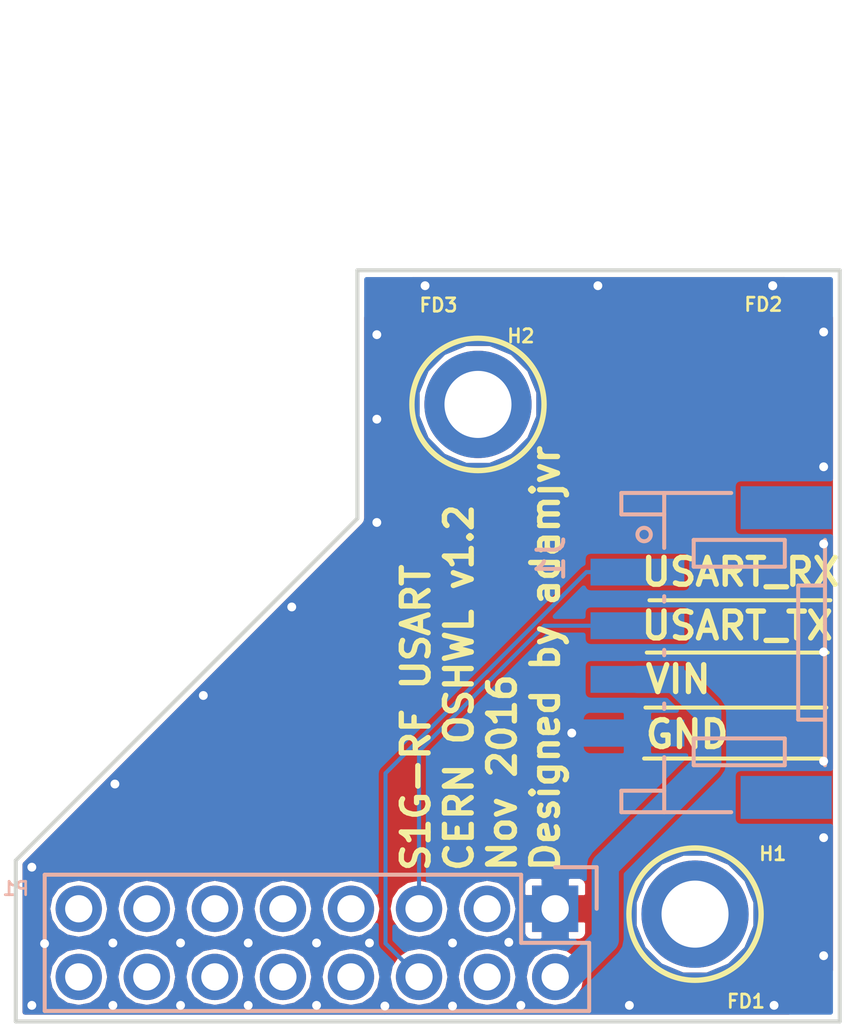
<source format=kicad_pcb>
(kicad_pcb (version 20160815) (host pcbnew "(2016-11-06 revision 9ab7cfe)-makepkg")

  (general
    (links 4)
    (no_connects 0)
    (area 87.174999 23.924999 118.075001 62.075001)
    (thickness 1.6)
    (drawings 16)
    (tracks 118)
    (zones 0)
    (modules 7)
    (nets 22)
  )

  (page A4)
  (layers
    (0 F.Cu signal)
    (31 B.Cu signal)
    (32 B.Adhes user)
    (33 F.Adhes user)
    (34 B.Paste user)
    (35 F.Paste user)
    (36 B.SilkS user)
    (37 F.SilkS user)
    (38 B.Mask user)
    (39 F.Mask user)
    (40 Dwgs.User user)
    (41 Cmts.User user)
    (42 Eco1.User user)
    (43 Eco2.User user)
    (44 Edge.Cuts user)
    (45 Margin user)
    (46 B.CrtYd user)
    (47 F.CrtYd user)
    (48 B.Fab user hide)
    (49 F.Fab user hide)
  )

  (setup
    (last_trace_width 0.1778)
    (user_trace_width 0.1524)
    (user_trace_width 0.1778)
    (user_trace_width 0.508)
    (user_trace_width 0.635)
    (user_trace_width 1.016)
    (trace_clearance 0.1524)
    (zone_clearance 0.1778)
    (zone_45_only no)
    (trace_min 0.1524)
    (segment_width 0.15)
    (edge_width 0.15)
    (via_size 0.635)
    (via_drill 0.3302)
    (via_min_size 0.635)
    (via_min_drill 0.3302)
    (user_via 0.635 0.3302)
    (uvia_size 0.3)
    (uvia_drill 0.1)
    (uvias_allowed no)
    (uvia_min_size 0.2)
    (uvia_min_drill 0.1)
    (pcb_text_width 0.3)
    (pcb_text_size 1.5 1.5)
    (mod_edge_width 0.15)
    (mod_text_size 0.5 0.5)
    (mod_text_width 0.1)
    (pad_size 1.524 1.524)
    (pad_drill 0.762)
    (pad_to_mask_clearance 0.2)
    (aux_axis_origin 0 0)
    (visible_elements 7FFFFFFF)
    (pcbplotparams
      (layerselection 0x00030_ffffffff)
      (usegerberextensions false)
      (excludeedgelayer true)
      (linewidth 0.100000)
      (plotframeref false)
      (viasonmask false)
      (mode 1)
      (useauxorigin false)
      (hpglpennumber 1)
      (hpglpenspeed 20)
      (hpglpendiameter 15)
      (psnegative false)
      (psa4output false)
      (plotreference true)
      (plotvalue true)
      (plotinvisibletext false)
      (padsonsilk false)
      (subtractmaskfromsilk false)
      (outputformat 1)
      (mirror false)
      (drillshape 1)
      (scaleselection 1)
      (outputdirectory ""))
  )

  (net 0 "")
  (net 1 GND)
  (net 2 /VIN)
  (net 3 /USART1_TX)
  (net 4 /USART1_RX)
  (net 5 "Net-(P1-Pad10)")
  (net 6 "Net-(P1-Pad9)")
  (net 7 "Net-(P1-Pad8)")
  (net 8 "Net-(P1-Pad7)")
  (net 9 /SPI2_MISO)
  (net 10 /SPI2_MOSI)
  (net 11 /SPI2_NSS)
  (net 12 /SPI2_SCLK)
  (net 13 "Net-(P1-Pad12)")
  (net 14 "Net-(P1-Pad11)")
  (net 15 "Net-(P1-Pad4)")
  (net 16 "Net-(P1-Pad3)")
  (net 17 "Net-(H1-Pad1)")
  (net 18 "Net-(H2-Pad1)")
  (net 19 "Net-(FD1-Pad1)")
  (net 20 "Net-(FD2-Pad1)")
  (net 21 "Net-(FD3-Pad1)")

  (net_class Default "This is the default net class."
    (clearance 0.1524)
    (trace_width 0.1524)
    (via_dia 0.635)
    (via_drill 0.3302)
    (uvia_dia 0.3)
    (uvia_drill 0.1)
    (diff_pair_gap 0.254)
    (diff_pair_width 0.1524)
    (add_net /SPI2_MISO)
    (add_net /SPI2_MOSI)
    (add_net /SPI2_NSS)
    (add_net /SPI2_SCLK)
    (add_net /USART1_RX)
    (add_net /USART1_TX)
    (add_net /VIN)
    (add_net GND)
    (add_net "Net-(FD1-Pad1)")
    (add_net "Net-(FD2-Pad1)")
    (add_net "Net-(FD3-Pad1)")
    (add_net "Net-(H1-Pad1)")
    (add_net "Net-(H2-Pad1)")
    (add_net "Net-(P1-Pad10)")
    (add_net "Net-(P1-Pad11)")
    (add_net "Net-(P1-Pad12)")
    (add_net "Net-(P1-Pad3)")
    (add_net "Net-(P1-Pad4)")
    (add_net "Net-(P1-Pad7)")
    (add_net "Net-(P1-Pad8)")
    (add_net "Net-(P1-Pad9)")
  )

  (module "PCB_Footprints:S4B-PH-SM4-TB(LF)(SN)" (layer B.Cu) (tedit 58291B5D) (tstamp 5829366B)
    (at 113.225 48.25 270)
    (descr http://www.jst-mfg.com/product/pdf/eng/ePH.pdf)
    (tags "connector jst ph")
    (path /582963F6)
    (attr smd)
    (fp_text reference J1 (at -3.5 6 270) (layer B.SilkS)
      (effects (font (size 1 1) (thickness 0.15)) (justify mirror))
    )
    (fp_text value "S4B-PH-SM4-TB(LF)(SN)" (at 0 -6 270) (layer B.Fab)
      (effects (font (size 1 1) (thickness 0.15)) (justify mirror))
    )
    (fp_line (start 6.7 -5) (end -6.7 -5) (layer B.CrtYd) (width 0.05))
    (fp_line (start 6.7 5.05) (end 6.7 -5) (layer B.CrtYd) (width 0.05))
    (fp_line (start -6.7 5.05) (end 6.7 5.05) (layer B.CrtYd) (width 0.05))
    (fp_line (start -6.7 -5) (end -6.7 5.05) (layer B.CrtYd) (width 0.05))
    (fp_line (start 1.9 1.775) (end 2.1 1.775) (layer B.SilkS) (width 0.15))
    (fp_line (start -0.1 1.775) (end 0.1 1.775) (layer B.SilkS) (width 0.15))
    (fp_line (start -2.1 1.775) (end -1.9 1.775) (layer B.SilkS) (width 0.15))
    (fp_line (start 3.2 0.675) (end 4.2 0.675) (layer B.SilkS) (width 0.15))
    (fp_line (start 3.2 -2.725) (end 3.2 0.675) (layer B.SilkS) (width 0.15))
    (fp_line (start 4.2 -2.725) (end 3.2 -2.725) (layer B.SilkS) (width 0.15))
    (fp_line (start 4.2 0.675) (end 4.2 -2.725) (layer B.SilkS) (width 0.15))
    (fp_line (start -3.2 0.675) (end -4.2 0.675) (layer B.SilkS) (width 0.15))
    (fp_line (start -3.2 -2.725) (end -3.2 0.675) (layer B.SilkS) (width 0.15))
    (fp_line (start -4.2 -2.725) (end -3.2 -2.725) (layer B.SilkS) (width 0.15))
    (fp_line (start -4.2 0.675) (end -4.2 -2.725) (layer B.SilkS) (width 0.15))
    (fp_line (start -4.2 -4.225) (end 4.2 -4.225) (layer B.SilkS) (width 0.15))
    (fp_line (start 5.15 1.775) (end 5.95 1.775) (layer B.SilkS) (width 0.15))
    (fp_line (start 5.95 3.375) (end 5.95 -0.725) (layer B.SilkS) (width 0.15))
    (fp_line (start 5.15 3.375) (end 5.95 3.375) (layer B.SilkS) (width 0.15))
    (fp_line (start 5.15 1.775) (end 5.15 3.375) (layer B.SilkS) (width 0.15))
    (fp_line (start 3.9 1.775) (end 5.15 1.775) (layer B.SilkS) (width 0.15))
    (fp_line (start -5.15 1.775) (end -5.95 1.775) (layer B.SilkS) (width 0.15))
    (fp_line (start -5.95 3.375) (end -5.95 -0.725) (layer B.SilkS) (width 0.15))
    (fp_line (start -5.15 3.375) (end -5.95 3.375) (layer B.SilkS) (width 0.15))
    (fp_line (start -5.15 1.775) (end -5.15 3.375) (layer B.SilkS) (width 0.15))
    (fp_line (start -3.9 1.775) (end -5.15 1.775) (layer B.SilkS) (width 0.15))
    (fp_line (start 2.5 -3.225) (end 2.5 -4.225) (layer B.SilkS) (width 0.15))
    (fp_line (start -2.5 -3.225) (end 2.5 -3.225) (layer B.SilkS) (width 0.15))
    (fp_line (start -2.5 -4.225) (end -2.5 -3.225) (layer B.SilkS) (width 0.15))
    (fp_circle (center -4.4 2.525) (end -4.15 2.525) (layer B.SilkS) (width 0.15))
    (pad "" smd rect (at 5.4 -2.775 270) (size 1.6 3.4) (layers B.Cu B.Paste B.Mask))
    (pad "" smd rect (at -5.4 -2.775 270) (size 1.6 3.4) (layers B.Cu B.Paste B.Mask))
    (pad 4 smd rect (at 3 2.775 270) (size 1 3.5) (layers B.Cu B.Paste B.Mask)
      (net 1 GND))
    (pad 3 smd rect (at 1 2.775 270) (size 1 3.5) (layers B.Cu B.Paste B.Mask)
      (net 2 /VIN))
    (pad 2 smd rect (at -1 2.775 270) (size 1 3.5) (layers B.Cu B.Paste B.Mask)
      (net 3 /USART1_TX))
    (pad 1 smd rect (at -3 2.775 270) (size 1 3.5) (layers B.Cu B.Paste B.Mask)
      (net 4 /USART1_RX))
    (model "C:/Users/adam/Documents/GitHub/footprints/3D/STEP/S4B-PH-SM4-TB - S4B-PH-SM4.step"
      (at (xyz -0.4685039370078741 0.5039370078740159 0))
      (scale (xyz 1 1 1))
      (rotate (xyz 0 0 0))
    )
  )

  (module PCB_Footprints:FIDUCIAL (layer F.Cu) (tedit 57EC8453) (tstamp 5829394F)
    (at 101.25 35.1)
    (path /58297BDB)
    (clearance 0.508)
    (fp_text reference FD3 (at 1.775 0.2) (layer F.SilkS)
      (effects (font (size 0.5 0.5) (thickness 0.1)))
    )
    (fp_text value FIDUCIAL (at 0 -3.048) (layer F.Fab)
      (effects (font (size 0.5 0.5) (thickness 0.1)))
    )
    (pad 1 smd circle (at 0 0) (size 1.016 1.016) (layers F.Cu F.Mask)
      (net 21 "Net-(FD3-Pad1)") (solder_mask_margin 0.508))
  )

  (module PCB_Footprints:FIDUCIAL (layer F.Cu) (tedit 57EC8453) (tstamp 58293942)
    (at 116.75 35.1)
    (path /58297B91)
    (clearance 0.508)
    (fp_text reference FD2 (at -1.6 0.175) (layer F.SilkS)
      (effects (font (size 0.5 0.5) (thickness 0.1)))
    )
    (fp_text value FIDUCIAL (at 0 -3.048) (layer F.Fab)
      (effects (font (size 0.5 0.5) (thickness 0.1)))
    )
    (pad 1 smd circle (at 0 0) (size 1.016 1.016) (layers F.Cu F.Mask)
      (net 20 "Net-(FD2-Pad1)") (solder_mask_margin 0.508))
  )

  (module PCB_Footprints:FIDUCIAL (layer F.Cu) (tedit 57EC8453) (tstamp 58293935)
    (at 116.75 60.75)
    (path /58297ACC)
    (clearance 0.508)
    (fp_text reference FD1 (at -2.25 0.5) (layer F.SilkS)
      (effects (font (size 0.5 0.5) (thickness 0.1)))
    )
    (fp_text value FIDUCIAL (at 0 -3.048) (layer F.Fab)
      (effects (font (size 0.5 0.5) (thickness 0.1)))
    )
    (pad 1 smd circle (at 0 0) (size 1.016 1.016) (layers F.Cu F.Mask)
      (net 19 "Net-(FD1-Pad1)") (solder_mask_margin 0.508))
  )

  (module PCB_Footprints:M2.5_HOLE (layer F.Cu) (tedit 57E8C2CA) (tstamp 58293928)
    (at 104.5 39)
    (path /58297C51)
    (fp_text reference H2 (at 1.6 -2.55) (layer F.SilkS)
      (effects (font (size 0.5 0.5) (thickness 0.1)))
    )
    (fp_text value M2.5_Hole (at 0 -3.683) (layer F.Fab)
      (effects (font (size 0.5 0.5) (thickness 0.1)))
    )
    (fp_circle (center 0 0) (end 2.032 1.397) (layer F.SilkS) (width 0.2))
    (pad 1 thru_hole circle (at 0 0) (size 4 4) (drill 2.5) (layers *.Cu *.Mask)
      (net 18 "Net-(H2-Pad1)"))
  )

  (module PCB_Footprints:M2.5_HOLE (layer F.Cu) (tedit 57E8C2CA) (tstamp 5829391B)
    (at 112.6 58 90)
    (path /58297A66)
    (fp_text reference H1 (at 2.25 2.9 180) (layer F.SilkS)
      (effects (font (size 0.5 0.5) (thickness 0.1)))
    )
    (fp_text value M2.5_Hole (at 0 -3.683 90) (layer F.Fab)
      (effects (font (size 0.5 0.5) (thickness 0.1)))
    )
    (fp_circle (center 0 0) (end 2.032 1.397) (layer F.SilkS) (width 0.2))
    (pad 1 thru_hole circle (at 0 0 90) (size 4 4) (drill 2.5) (layers *.Cu *.Mask)
      (net 17 "Net-(H1-Pad1)"))
  )

  (module Socket_Strips:Socket_Strip_Straight_2x08 (layer B.Cu) (tedit 0) (tstamp 58293619)
    (at 107.38 57.8 180)
    (descr "Through hole socket strip")
    (tags "socket strip")
    (path /582962C9)
    (fp_text reference P1 (at 20.13 0.75 180) (layer B.SilkS)
      (effects (font (size 0.5 0.5) (thickness 0.1)) (justify mirror))
    )
    (fp_text value CONN_02X08 (at 0 3.1 180) (layer B.Fab)
      (effects (font (size 0.5 0.5) (thickness 0.1)) (justify mirror))
    )
    (fp_line (start -1.55 1.55) (end -1.55 0) (layer B.SilkS) (width 0.15))
    (fp_line (start 1.27 -1.27) (end 1.27 1.27) (layer B.SilkS) (width 0.15))
    (fp_line (start -1.27 -1.27) (end 1.27 -1.27) (layer B.SilkS) (width 0.15))
    (fp_line (start 0 1.55) (end -1.55 1.55) (layer B.SilkS) (width 0.15))
    (fp_line (start -1.27 -3.81) (end -1.27 -1.27) (layer B.SilkS) (width 0.15))
    (fp_line (start 19.05 -3.81) (end 19.05 1.27) (layer B.SilkS) (width 0.15))
    (fp_line (start 1.27 1.27) (end 19.05 1.27) (layer B.SilkS) (width 0.15))
    (fp_line (start 19.05 -3.81) (end -1.27 -3.81) (layer B.SilkS) (width 0.15))
    (fp_line (start -1.75 -4.3) (end 19.55 -4.3) (layer B.CrtYd) (width 0.05))
    (fp_line (start -1.75 1.75) (end 19.55 1.75) (layer B.CrtYd) (width 0.05))
    (fp_line (start 19.55 1.75) (end 19.55 -4.3) (layer B.CrtYd) (width 0.05))
    (fp_line (start -1.75 1.75) (end -1.75 -4.3) (layer B.CrtYd) (width 0.05))
    (pad 16 thru_hole oval (at 17.78 -2.54 180) (size 1.7272 1.7272) (drill 1.016) (layers *.Cu *.Mask)
      (net 11 /SPI2_NSS))
    (pad 15 thru_hole oval (at 17.78 0 180) (size 1.7272 1.7272) (drill 1.016) (layers *.Cu *.Mask)
      (net 12 /SPI2_SCLK))
    (pad 14 thru_hole oval (at 15.24 -2.54 180) (size 1.7272 1.7272) (drill 1.016) (layers *.Cu *.Mask)
      (net 9 /SPI2_MISO))
    (pad 13 thru_hole oval (at 15.24 0 180) (size 1.7272 1.7272) (drill 1.016) (layers *.Cu *.Mask)
      (net 10 /SPI2_MOSI))
    (pad 12 thru_hole oval (at 12.7 -2.54 180) (size 1.7272 1.7272) (drill 1.016) (layers *.Cu *.Mask)
      (net 13 "Net-(P1-Pad12)"))
    (pad 11 thru_hole oval (at 12.7 0 180) (size 1.7272 1.7272) (drill 1.016) (layers *.Cu *.Mask)
      (net 14 "Net-(P1-Pad11)"))
    (pad 10 thru_hole oval (at 10.16 -2.54 180) (size 1.7272 1.7272) (drill 1.016) (layers *.Cu *.Mask)
      (net 5 "Net-(P1-Pad10)"))
    (pad 9 thru_hole oval (at 10.16 0 180) (size 1.7272 1.7272) (drill 1.016) (layers *.Cu *.Mask)
      (net 6 "Net-(P1-Pad9)"))
    (pad 8 thru_hole oval (at 7.62 -2.54 180) (size 1.7272 1.7272) (drill 1.016) (layers *.Cu *.Mask)
      (net 7 "Net-(P1-Pad8)"))
    (pad 7 thru_hole oval (at 7.62 0 180) (size 1.7272 1.7272) (drill 1.016) (layers *.Cu *.Mask)
      (net 8 "Net-(P1-Pad7)"))
    (pad 6 thru_hole oval (at 5.08 -2.54 180) (size 1.7272 1.7272) (drill 1.016) (layers *.Cu *.Mask)
      (net 4 /USART1_RX))
    (pad 5 thru_hole oval (at 5.08 0 180) (size 1.7272 1.7272) (drill 1.016) (layers *.Cu *.Mask)
      (net 3 /USART1_TX))
    (pad 4 thru_hole oval (at 2.54 -2.54 180) (size 1.7272 1.7272) (drill 1.016) (layers *.Cu *.Mask)
      (net 15 "Net-(P1-Pad4)"))
    (pad 3 thru_hole oval (at 2.54 0 180) (size 1.7272 1.7272) (drill 1.016) (layers *.Cu *.Mask)
      (net 16 "Net-(P1-Pad3)"))
    (pad 2 thru_hole oval (at 0 -2.54 180) (size 1.7272 1.7272) (drill 1.016) (layers *.Cu *.Mask)
      (net 2 /VIN))
    (pad 1 thru_hole rect (at 0 0 180) (size 1.7272 1.7272) (drill 1.016) (layers *.Cu *.Mask)
      (net 1 GND))
    (model C:/Users/adam/Documents/GitHub/footprints/3D/STEP/901512116.stp
      (at (xyz 0.3503937007874016 -0.05 0.1673228346456693))
      (scale (xyz 1 1 1))
      (rotate (xyz -90 0 0))
    )
  )

  (gr_line (start 110.9 46.3) (end 117.65 46.3) (layer F.SilkS) (width 0.15) (tstamp 5829665A))
  (gr_line (start 110.8 48.25) (end 117.55 48.25) (layer F.SilkS) (width 0.15) (tstamp 58296659))
  (gr_line (start 110.75 50.3) (end 117.5 50.3) (layer F.SilkS) (width 0.15) (tstamp 58296658))
  (gr_line (start 110.7 52.2) (end 117.45 52.2) (layer F.SilkS) (width 0.15) (tstamp 58296657))
  (gr_text "S1G-RF USART\nCERN OSHWL v1.2\nNov 2016\nDesigned by adamjvr" (at 104.6 56.5 90) (layer F.SilkS) (tstamp 58296621)
    (effects (font (size 1 1) (thickness 0.2)) (justify left))
  )
  (gr_text USART_RX (at 110.5 45.25) (layer F.SilkS) (tstamp 58296606)
    (effects (font (size 1 1) (thickness 0.2)) (justify left))
  )
  (gr_text USART_TX (at 110.5 47.25) (layer F.SilkS) (tstamp 58296605)
    (effects (font (size 1 1) (thickness 0.2)) (justify left))
  )
  (gr_text GND (at 110.65 51.3) (layer F.SilkS) (tstamp 58296604)
    (effects (font (size 1 1) (thickness 0.2)) (justify left))
  )
  (gr_text VIN (at 110.65 49.25) (layer F.SilkS) (tstamp 58296603)
    (effects (font (size 1 1) (thickness 0.2)) (justify left))
  )
  (gr_line (start 87.25 56) (end 87.25 62) (layer Edge.Cuts) (width 0.15))
  (gr_line (start 100 43.25) (end 87.25 56) (layer Edge.Cuts) (width 0.15))
  (gr_line (start 100 43.25) (end 100 34) (layer Edge.Cuts) (width 0.15) (tstamp 58294786))
  (gr_line (start 118 34) (end 100 34) (layer Edge.Cuts) (width 0.15) (tstamp 58294714))
  (gr_line (start 118 34) (end 118 62) (layer Edge.Cuts) (width 0.15) (tstamp 58294706))
  (gr_line (start 116.5 24) (end 116.5 62) (layer Dwgs.User) (width 0.15))
  (gr_line (start 118 62) (end 87.25 62) (layer Edge.Cuts) (width 0.15))

  (segment (start 100 44) (end 96.25 47.75) (width 0.25) (layer Dwgs.User) (net 0))
  (segment (start 90.875 59.075) (end 88.35 59.075) (width 0.1778) (layer B.Cu) (net 1))
  (segment (start 88.35 59.075) (end 88.325 59.1) (width 0.1778) (layer B.Cu) (net 1))
  (via (at 88.325 59.1) (size 0.635) (drill 0.3302) (layers F.Cu B.Cu) (net 1))
  (segment (start 90.875 59.075) (end 90.875 61.4) (width 0.1778) (layer F.Cu) (net 1))
  (via (at 90.875 61.4) (size 0.635) (drill 0.3302) (layers F.Cu B.Cu) (net 1))
  (segment (start 106.1 59.8) (end 106.1 61.4) (width 0.1778) (layer B.Cu) (net 1))
  (via (at 106.1 61.4) (size 0.635) (drill 0.3302) (layers F.Cu B.Cu) (net 1))
  (segment (start 105.967499 59.667499) (end 106.1 59.8) (width 0.1778) (layer B.Cu) (net 1))
  (segment (start 105.65 59.05) (end 105.967499 59.367499) (width 0.1778) (layer B.Cu) (net 1))
  (segment (start 105.967499 59.367499) (end 105.967499 59.667499) (width 0.1778) (layer B.Cu) (net 1))
  (segment (start 103.55 59.075) (end 103.55 61.425) (width 0.1778) (layer F.Cu) (net 1))
  (via (at 103.55 61.425) (size 0.635) (drill 0.3302) (layers F.Cu B.Cu) (net 1))
  (segment (start 100.767499 59.492499) (end 101.025 59.75) (width 0.1778) (layer B.Cu) (net 1))
  (segment (start 101.025 59.75) (end 101.025 61.425) (width 0.1778) (layer B.Cu) (net 1))
  (via (at 101.025 61.425) (size 0.635) (drill 0.3302) (layers F.Cu B.Cu) (net 1))
  (segment (start 100.45 59.075) (end 100.767499 59.392499) (width 0.1778) (layer B.Cu) (net 1))
  (segment (start 100.767499 59.392499) (end 100.767499 59.492499) (width 0.1778) (layer B.Cu) (net 1))
  (segment (start 98.475 59.075) (end 98.475 61.4) (width 0.1778) (layer F.Cu) (net 1))
  (via (at 98.475 61.4) (size 0.635) (drill 0.3302) (layers F.Cu B.Cu) (net 1))
  (segment (start 95.925 59.075) (end 95.925 61.4) (width 0.1778) (layer B.Cu) (net 1))
  (via (at 95.925 61.4) (size 0.635) (drill 0.3302) (layers F.Cu B.Cu) (net 1))
  (segment (start 93.4 59.075) (end 93.4 61.4) (width 0.1778) (layer F.Cu) (net 1))
  (via (at 93.4 61.4) (size 0.635) (drill 0.3302) (layers F.Cu B.Cu) (net 1))
  (segment (start 117.4 55.15) (end 117.4 52.3) (width 0.1524) (layer F.Cu) (net 1))
  (segment (start 117.4 59.55) (end 117.4 55.15) (width 0.1778) (layer F.Cu) (net 1))
  (via (at 117.4 55.15) (size 0.635) (drill 0.3302) (layers F.Cu B.Cu) (net 1))
  (segment (start 117.4 44.2) (end 117.4 41.325) (width 0.1524) (layer F.Cu) (net 1))
  (segment (start 117.4 41.325) (end 117.4 38.8) (width 0.1524) (layer F.Cu) (net 1))
  (segment (start 117.4 36.3) (end 117.4 41.325) (width 0.1778) (layer F.Cu) (net 1))
  (via (at 117.4 41.325) (size 0.635) (drill 0.3302) (layers F.Cu B.Cu) (net 1))
  (segment (start 117.4 48.225) (end 117.4 44.2) (width 0.1524) (layer F.Cu) (net 1))
  (segment (start 117.4 52.3) (end 117.4 48.225) (width 0.1778) (layer F.Cu) (net 1))
  (via (at 117.4 48.225) (size 0.635) (drill 0.3302) (layers F.Cu B.Cu) (net 1))
  (segment (start 100.725 43.4) (end 100.725 39.55) (width 0.1524) (layer B.Cu) (net 1))
  (segment (start 100.725 39.55) (end 100.725 36.4) (width 0.1524) (layer B.Cu) (net 1))
  (segment (start 100.725 43.4) (end 100.725 39.55) (width 0.1778) (layer F.Cu) (net 1))
  (via (at 100.725 39.55) (size 0.635) (drill 0.3302) (layers F.Cu B.Cu) (net 1))
  (segment (start 97.55 46.55) (end 100.7 43.4) (width 0.1524) (layer F.Cu) (net 1))
  (segment (start 94.25 49.85) (end 97.55 46.55) (width 0.1778) (layer F.Cu) (net 1))
  (via (at 97.55 46.55) (size 0.635) (drill 0.3302) (layers F.Cu B.Cu) (net 1))
  (segment (start 87.85 56.25) (end 90.95 53.15) (width 0.1524) (layer F.Cu) (net 1))
  (segment (start 94.25 49.85) (end 90.95 53.15) (width 0.1778) (layer F.Cu) (net 1))
  (via (at 90.95 53.15) (size 0.635) (drill 0.3302) (layers F.Cu B.Cu) (net 1))
  (segment (start 103.55 59.075) (end 105.625 59.075) (width 0.1778) (layer B.Cu) (net 1))
  (segment (start 105.625 59.075) (end 105.65 59.05) (width 0.1778) (layer B.Cu) (net 1))
  (via (at 105.65 59.05) (size 0.635) (drill 0.3302) (layers F.Cu B.Cu) (net 1))
  (segment (start 100.45 59.075) (end 103.55 59.075) (width 0.1778) (layer F.Cu) (net 1))
  (via (at 103.55 59.075) (size 0.635) (drill 0.3302) (layers F.Cu B.Cu) (net 1))
  (segment (start 98.475 59.075) (end 100.45 59.075) (width 0.1778) (layer F.Cu) (net 1))
  (via (at 100.45 59.075) (size 0.635) (drill 0.3302) (layers F.Cu B.Cu) (net 1))
  (segment (start 95.925 59.075) (end 98.475 59.075) (width 0.1778) (layer B.Cu) (net 1))
  (via (at 98.475 59.075) (size 0.635) (drill 0.3302) (layers F.Cu B.Cu) (net 1))
  (segment (start 93.4 59.075) (end 95.925 59.075) (width 0.1778) (layer F.Cu) (net 1))
  (via (at 95.925 59.075) (size 0.635) (drill 0.3302) (layers F.Cu B.Cu) (net 1))
  (segment (start 90.875 59.075) (end 93.4 59.075) (width 0.1778) (layer B.Cu) (net 1))
  (via (at 93.4 59.075) (size 0.635) (drill 0.3302) (layers F.Cu B.Cu) (net 1))
  (segment (start 87.85 61.4) (end 87.85 60.454746) (width 0.1778) (layer F.Cu) (net 1))
  (segment (start 87.85 60.454746) (end 89.229746 59.075) (width 0.1778) (layer F.Cu) (net 1))
  (segment (start 89.229746 59.075) (end 90.875 59.075) (width 0.1778) (layer F.Cu) (net 1))
  (via (at 90.875 59.075) (size 0.635) (drill 0.3302) (layers F.Cu B.Cu) (net 1))
  (segment (start 117.4 44.2) (end 117.4 36.3) (width 0.1778) (layer F.Cu) (net 1))
  (via (at 117.4 36.3) (size 0.635) (drill 0.3302) (layers F.Cu B.Cu) (net 1))
  (segment (start 102.525 34.575) (end 108.975 34.575) (width 0.1524) (layer F.Cu) (net 1))
  (segment (start 115.5 34.575) (end 108.975 34.575) (width 0.1778) (layer F.Cu) (net 1))
  (via (at 108.975 34.575) (size 0.635) (drill 0.3302) (layers F.Cu B.Cu) (net 1))
  (via (at 115.5 34.575) (size 0.635) (drill 0.3302) (layers F.Cu B.Cu) (net 1))
  (segment (start 108 54.625) (end 107.38 55.245) (width 1.016) (layer F.Cu) (net 1))
  (segment (start 107.38 55.245) (end 107.38 57.8) (width 1.016) (layer F.Cu) (net 1))
  (segment (start 108 51.25) (end 108 54.625) (width 1.016) (layer F.Cu) (net 1))
  (via (at 115.5 34.575) (size 0.635) (drill 0.3302) (layers F.Cu B.Cu) (net 1))
  (segment (start 101.925 36.4) (end 102.525 35.8) (width 0.1524) (layer F.Cu) (net 1))
  (segment (start 102.525 35.8) (end 102.525 34.575) (width 0.1524) (layer F.Cu) (net 1))
  (via (at 102.525 34.575) (size 0.635) (drill 0.3302) (layers F.Cu B.Cu) (net 1))
  (segment (start 100.725 36.4) (end 101.925 36.4) (width 0.1524) (layer F.Cu) (net 1))
  (via (at 100.725 36.4) (size 0.635) (drill 0.3302) (layers F.Cu B.Cu) (net 1))
  (segment (start 100.7 43.4) (end 100.725 43.4) (width 0.1524) (layer F.Cu) (net 1))
  (via (at 100.725 43.4) (size 0.635) (drill 0.3302) (layers F.Cu B.Cu) (net 1))
  (via (at 94.25 49.85) (size 0.635) (drill 0.3302) (layers F.Cu B.Cu) (net 1))
  (via (at 117.4 44.2) (size 0.635) (drill 0.3302) (layers F.Cu B.Cu) (net 1))
  (via (at 117.4 52.3) (size 0.635) (drill 0.3302) (layers F.Cu B.Cu) (net 1))
  (segment (start 88.167499 55.732501) (end 100.2 43.7) (width 0.1524) (layer F.Cu) (net 1))
  (segment (start 87.85 56.25) (end 88.167499 55.932501) (width 0.1524) (layer F.Cu) (net 1))
  (segment (start 88.167499 55.932501) (end 88.167499 55.732501) (width 0.1524) (layer F.Cu) (net 1))
  (segment (start 87.85 61.4) (end 87.85 56.25) (width 0.1524) (layer B.Cu) (net 1))
  (via (at 87.85 56.25) (size 0.635) (drill 0.3302) (layers F.Cu B.Cu) (net 1))
  (segment (start 107.786458 61.55) (end 88 61.55) (width 0.1524) (layer F.Cu) (net 1))
  (segment (start 88 61.55) (end 87.85 61.4) (width 0.1524) (layer F.Cu) (net 1))
  (via (at 87.85 61.4) (size 0.635) (drill 0.3302) (layers F.Cu B.Cu) (net 1))
  (segment (start 110.15 61.4) (end 107.936458 61.4) (width 0.1524) (layer F.Cu) (net 1))
  (segment (start 107.936458 61.4) (end 107.786458 61.55) (width 0.1524) (layer F.Cu) (net 1))
  (segment (start 115.55 60.950988) (end 115.55 61.4) (width 0.1524) (layer F.Cu) (net 1))
  (segment (start 115.95 59.55) (end 115.55 59.95) (width 0.1524) (layer F.Cu) (net 1))
  (segment (start 117.4 59.55) (end 115.95 59.55) (width 0.1524) (layer F.Cu) (net 1))
  (segment (start 115.55 59.95) (end 115.55 60.950988) (width 0.1524) (layer F.Cu) (net 1))
  (segment (start 110.15 61.4) (end 115.55 61.4) (width 0.1524) (layer B.Cu) (net 1))
  (via (at 115.55 61.4) (size 0.635) (drill 0.3302) (layers F.Cu B.Cu) (net 1))
  (via (at 117.4 59.55) (size 0.635) (drill 0.3302) (layers F.Cu B.Cu) (net 1))
  (segment (start 107.38 57.8) (end 108.396 57.8) (width 0.1524) (layer F.Cu) (net 1))
  (segment (start 108.396 57.8) (end 110.15 59.554) (width 0.1524) (layer F.Cu) (net 1))
  (segment (start 110.15 59.554) (end 110.15 61.4) (width 0.1524) (layer F.Cu) (net 1))
  (via (at 110.15 61.4) (size 0.635) (drill 0.3302) (layers F.Cu B.Cu) (net 1))
  (segment (start 110.45 51.25) (end 108 51.25) (width 1.016) (layer B.Cu) (net 1))
  (via (at 108 51.25) (size 0.635) (drill 0.3302) (layers F.Cu B.Cu) (net 1))
  (segment (start 107.38 60.34) (end 107.86 60.34) (width 1.016) (layer B.Cu) (net 2))
  (segment (start 109.25 58.95) (end 109.25 56.2) (width 1.016) (layer B.Cu) (net 2))
  (segment (start 107.86 60.34) (end 109.25 58.95) (width 1.016) (layer B.Cu) (net 2))
  (segment (start 109.25 56.2) (end 113.075 52.375) (width 1.016) (layer B.Cu) (net 2))
  (segment (start 113.075 52.375) (end 113.075 50.475) (width 1.016) (layer B.Cu) (net 2))
  (segment (start 113.075 50.475) (end 111.85 49.25) (width 1.016) (layer B.Cu) (net 2))
  (segment (start 111.85 49.25) (end 110.45 49.25) (width 1.016) (layer B.Cu) (net 2))
  (segment (start 102.3 57.8) (end 102.3 51.928666) (width 0.1524) (layer B.Cu) (net 3))
  (segment (start 102.3 51.928666) (end 106.978666 47.25) (width 0.1524) (layer B.Cu) (net 3))
  (segment (start 106.978666 47.25) (end 110.45 47.25) (width 0.1524) (layer B.Cu) (net 3))
  (segment (start 101.05 52.7476) (end 101.05 59.09) (width 0.1524) (layer B.Cu) (net 4))
  (segment (start 101.05 59.09) (end 102.3 60.34) (width 0.1524) (layer B.Cu) (net 4))
  (segment (start 110.45 45.25) (end 108.5476 45.25) (width 0.1524) (layer B.Cu) (net 4))
  (segment (start 108.5476 45.25) (end 101.05 52.7476) (width 0.1524) (layer B.Cu) (net 4))

  (zone (net 1) (net_name GND) (layer F.Cu) (tstamp 0) (hatch edge 0.508)
    (connect_pads (clearance 0.1778))
    (min_thickness 0.1778)
    (fill yes (arc_segments 16) (thermal_gap 0.254) (thermal_bridge_width 1.016))
    (polygon
      (pts
        (xy 100.05 34) (xy 100 43.25) (xy 87.25 56) (xy 87.25 62) (xy 118 62)
        (xy 118.05 34)
      )
    )
    (filled_polygon
      (pts
        (xy 115.813858 34.473307) (xy 115.645292 34.879258) (xy 115.644909 35.318814) (xy 115.812765 35.725058) (xy 116.123307 36.036142)
        (xy 116.529258 36.204708) (xy 116.968814 36.205091) (xy 117.375058 36.037235) (xy 117.6583 35.754486) (xy 117.6583 60.095956)
        (xy 117.376693 59.813858) (xy 116.970742 59.645292) (xy 116.531186 59.644909) (xy 116.124942 59.812765) (xy 115.813858 60.123307)
        (xy 115.645292 60.529258) (xy 115.644909 60.968814) (xy 115.812765 61.375058) (xy 116.095514 61.6583) (xy 87.5917 61.6583)
        (xy 87.5917 60.34) (xy 88.447556 60.34) (xy 88.533595 60.772547) (xy 88.778613 61.139243) (xy 89.145309 61.384261)
        (xy 89.577856 61.4703) (xy 89.622144 61.4703) (xy 90.054691 61.384261) (xy 90.421387 61.139243) (xy 90.666405 60.772547)
        (xy 90.752444 60.34) (xy 90.987556 60.34) (xy 91.073595 60.772547) (xy 91.318613 61.139243) (xy 91.685309 61.384261)
        (xy 92.117856 61.4703) (xy 92.162144 61.4703) (xy 92.594691 61.384261) (xy 92.961387 61.139243) (xy 93.206405 60.772547)
        (xy 93.292444 60.34) (xy 93.527556 60.34) (xy 93.613595 60.772547) (xy 93.858613 61.139243) (xy 94.225309 61.384261)
        (xy 94.657856 61.4703) (xy 94.702144 61.4703) (xy 95.134691 61.384261) (xy 95.501387 61.139243) (xy 95.746405 60.772547)
        (xy 95.832444 60.34) (xy 96.067556 60.34) (xy 96.153595 60.772547) (xy 96.398613 61.139243) (xy 96.765309 61.384261)
        (xy 97.197856 61.4703) (xy 97.242144 61.4703) (xy 97.674691 61.384261) (xy 98.041387 61.139243) (xy 98.286405 60.772547)
        (xy 98.372444 60.34) (xy 98.607556 60.34) (xy 98.693595 60.772547) (xy 98.938613 61.139243) (xy 99.305309 61.384261)
        (xy 99.737856 61.4703) (xy 99.782144 61.4703) (xy 100.214691 61.384261) (xy 100.581387 61.139243) (xy 100.826405 60.772547)
        (xy 100.912444 60.34) (xy 101.147556 60.34) (xy 101.233595 60.772547) (xy 101.478613 61.139243) (xy 101.845309 61.384261)
        (xy 102.277856 61.4703) (xy 102.322144 61.4703) (xy 102.754691 61.384261) (xy 103.121387 61.139243) (xy 103.366405 60.772547)
        (xy 103.452444 60.34) (xy 103.687556 60.34) (xy 103.773595 60.772547) (xy 104.018613 61.139243) (xy 104.385309 61.384261)
        (xy 104.817856 61.4703) (xy 104.862144 61.4703) (xy 105.294691 61.384261) (xy 105.661387 61.139243) (xy 105.906405 60.772547)
        (xy 105.992444 60.34) (xy 106.227556 60.34) (xy 106.313595 60.772547) (xy 106.558613 61.139243) (xy 106.925309 61.384261)
        (xy 107.357856 61.4703) (xy 107.402144 61.4703) (xy 107.834691 61.384261) (xy 108.201387 61.139243) (xy 108.446405 60.772547)
        (xy 108.532444 60.34) (xy 108.446405 59.907453) (xy 108.201387 59.540757) (xy 107.834691 59.295739) (xy 107.402144 59.2097)
        (xy 107.357856 59.2097) (xy 106.925309 59.295739) (xy 106.558613 59.540757) (xy 106.313595 59.907453) (xy 106.227556 60.34)
        (xy 105.992444 60.34) (xy 105.906405 59.907453) (xy 105.661387 59.540757) (xy 105.294691 59.295739) (xy 104.862144 59.2097)
        (xy 104.817856 59.2097) (xy 104.385309 59.295739) (xy 104.018613 59.540757) (xy 103.773595 59.907453) (xy 103.687556 60.34)
        (xy 103.452444 60.34) (xy 103.366405 59.907453) (xy 103.121387 59.540757) (xy 102.754691 59.295739) (xy 102.322144 59.2097)
        (xy 102.277856 59.2097) (xy 101.845309 59.295739) (xy 101.478613 59.540757) (xy 101.233595 59.907453) (xy 101.147556 60.34)
        (xy 100.912444 60.34) (xy 100.826405 59.907453) (xy 100.581387 59.540757) (xy 100.214691 59.295739) (xy 99.782144 59.2097)
        (xy 99.737856 59.2097) (xy 99.305309 59.295739) (xy 98.938613 59.540757) (xy 98.693595 59.907453) (xy 98.607556 60.34)
        (xy 98.372444 60.34) (xy 98.286405 59.907453) (xy 98.041387 59.540757) (xy 97.674691 59.295739) (xy 97.242144 59.2097)
        (xy 97.197856 59.2097) (xy 96.765309 59.295739) (xy 96.398613 59.540757) (xy 96.153595 59.907453) (xy 96.067556 60.34)
        (xy 95.832444 60.34) (xy 95.746405 59.907453) (xy 95.501387 59.540757) (xy 95.134691 59.295739) (xy 94.702144 59.2097)
        (xy 94.657856 59.2097) (xy 94.225309 59.295739) (xy 93.858613 59.540757) (xy 93.613595 59.907453) (xy 93.527556 60.34)
        (xy 93.292444 60.34) (xy 93.206405 59.907453) (xy 92.961387 59.540757) (xy 92.594691 59.295739) (xy 92.162144 59.2097)
        (xy 92.117856 59.2097) (xy 91.685309 59.295739) (xy 91.318613 59.540757) (xy 91.073595 59.907453) (xy 90.987556 60.34)
        (xy 90.752444 60.34) (xy 90.666405 59.907453) (xy 90.421387 59.540757) (xy 90.054691 59.295739) (xy 89.622144 59.2097)
        (xy 89.577856 59.2097) (xy 89.145309 59.295739) (xy 88.778613 59.540757) (xy 88.533595 59.907453) (xy 88.447556 60.34)
        (xy 87.5917 60.34) (xy 87.5917 57.8) (xy 88.447556 57.8) (xy 88.533595 58.232547) (xy 88.778613 58.599243)
        (xy 89.145309 58.844261) (xy 89.577856 58.9303) (xy 89.622144 58.9303) (xy 90.054691 58.844261) (xy 90.421387 58.599243)
        (xy 90.666405 58.232547) (xy 90.752444 57.8) (xy 90.987556 57.8) (xy 91.073595 58.232547) (xy 91.318613 58.599243)
        (xy 91.685309 58.844261) (xy 92.117856 58.9303) (xy 92.162144 58.9303) (xy 92.594691 58.844261) (xy 92.961387 58.599243)
        (xy 93.206405 58.232547) (xy 93.292444 57.8) (xy 93.527556 57.8) (xy 93.613595 58.232547) (xy 93.858613 58.599243)
        (xy 94.225309 58.844261) (xy 94.657856 58.9303) (xy 94.702144 58.9303) (xy 95.134691 58.844261) (xy 95.501387 58.599243)
        (xy 95.746405 58.232547) (xy 95.832444 57.8) (xy 96.067556 57.8) (xy 96.153595 58.232547) (xy 96.398613 58.599243)
        (xy 96.765309 58.844261) (xy 97.197856 58.9303) (xy 97.242144 58.9303) (xy 97.674691 58.844261) (xy 98.041387 58.599243)
        (xy 98.286405 58.232547) (xy 98.372444 57.8) (xy 98.607556 57.8) (xy 98.693595 58.232547) (xy 98.938613 58.599243)
        (xy 99.305309 58.844261) (xy 99.737856 58.9303) (xy 99.782144 58.9303) (xy 100.214691 58.844261) (xy 100.581387 58.599243)
        (xy 100.826405 58.232547) (xy 100.912444 57.8) (xy 101.147556 57.8) (xy 101.233595 58.232547) (xy 101.478613 58.599243)
        (xy 101.845309 58.844261) (xy 102.277856 58.9303) (xy 102.322144 58.9303) (xy 102.754691 58.844261) (xy 103.121387 58.599243)
        (xy 103.366405 58.232547) (xy 103.452444 57.8) (xy 103.687556 57.8) (xy 103.773595 58.232547) (xy 104.018613 58.599243)
        (xy 104.385309 58.844261) (xy 104.817856 58.9303) (xy 104.862144 58.9303) (xy 105.294691 58.844261) (xy 105.661387 58.599243)
        (xy 105.85811 58.304825) (xy 106.1735 58.304825) (xy 106.1735 58.731807) (xy 106.225703 58.857837) (xy 106.322163 58.954297)
        (xy 106.448193 59.0065) (xy 106.875175 59.0065) (xy 106.9609 58.920775) (xy 106.9609 58.2191) (xy 107.7991 58.2191)
        (xy 107.7991 58.920775) (xy 107.884825 59.0065) (xy 108.311807 59.0065) (xy 108.437837 58.954297) (xy 108.534297 58.857837)
        (xy 108.5865 58.731807) (xy 108.5865 58.448896) (xy 110.332908 58.448896) (xy 110.677265 59.282305) (xy 111.314341 59.920494)
        (xy 112.147147 60.266305) (xy 113.048896 60.267092) (xy 113.882305 59.922735) (xy 114.520494 59.285659) (xy 114.866305 58.452853)
        (xy 114.867092 57.551104) (xy 114.522735 56.717695) (xy 113.885659 56.079506) (xy 113.052853 55.733695) (xy 112.151104 55.732908)
        (xy 111.317695 56.077265) (xy 110.679506 56.714341) (xy 110.333695 57.547147) (xy 110.332908 58.448896) (xy 108.5865 58.448896)
        (xy 108.5865 58.304825) (xy 108.500775 58.2191) (xy 107.7991 58.2191) (xy 106.9609 58.2191) (xy 106.259225 58.2191)
        (xy 106.1735 58.304825) (xy 105.85811 58.304825) (xy 105.906405 58.232547) (xy 105.992444 57.8) (xy 105.906405 57.367453)
        (xy 105.661387 57.000757) (xy 105.462991 56.868193) (xy 106.1735 56.868193) (xy 106.1735 57.295175) (xy 106.259225 57.3809)
        (xy 106.9609 57.3809) (xy 106.9609 56.679225) (xy 107.7991 56.679225) (xy 107.7991 57.3809) (xy 108.500775 57.3809)
        (xy 108.5865 57.295175) (xy 108.5865 56.868193) (xy 108.534297 56.742163) (xy 108.437837 56.645703) (xy 108.311807 56.5935)
        (xy 107.884825 56.5935) (xy 107.7991 56.679225) (xy 106.9609 56.679225) (xy 106.875175 56.5935) (xy 106.448193 56.5935)
        (xy 106.322163 56.645703) (xy 106.225703 56.742163) (xy 106.1735 56.868193) (xy 105.462991 56.868193) (xy 105.294691 56.755739)
        (xy 104.862144 56.6697) (xy 104.817856 56.6697) (xy 104.385309 56.755739) (xy 104.018613 57.000757) (xy 103.773595 57.367453)
        (xy 103.687556 57.8) (xy 103.452444 57.8) (xy 103.366405 57.367453) (xy 103.121387 57.000757) (xy 102.754691 56.755739)
        (xy 102.322144 56.6697) (xy 102.277856 56.6697) (xy 101.845309 56.755739) (xy 101.478613 57.000757) (xy 101.233595 57.367453)
        (xy 101.147556 57.8) (xy 100.912444 57.8) (xy 100.826405 57.367453) (xy 100.581387 57.000757) (xy 100.214691 56.755739)
        (xy 99.782144 56.6697) (xy 99.737856 56.6697) (xy 99.305309 56.755739) (xy 98.938613 57.000757) (xy 98.693595 57.367453)
        (xy 98.607556 57.8) (xy 98.372444 57.8) (xy 98.286405 57.367453) (xy 98.041387 57.000757) (xy 97.674691 56.755739)
        (xy 97.242144 56.6697) (xy 97.197856 56.6697) (xy 96.765309 56.755739) (xy 96.398613 57.000757) (xy 96.153595 57.367453)
        (xy 96.067556 57.8) (xy 95.832444 57.8) (xy 95.746405 57.367453) (xy 95.501387 57.000757) (xy 95.134691 56.755739)
        (xy 94.702144 56.6697) (xy 94.657856 56.6697) (xy 94.225309 56.755739) (xy 93.858613 57.000757) (xy 93.613595 57.367453)
        (xy 93.527556 57.8) (xy 93.292444 57.8) (xy 93.206405 57.367453) (xy 92.961387 57.000757) (xy 92.594691 56.755739)
        (xy 92.162144 56.6697) (xy 92.117856 56.6697) (xy 91.685309 56.755739) (xy 91.318613 57.000757) (xy 91.073595 57.367453)
        (xy 90.987556 57.8) (xy 90.752444 57.8) (xy 90.666405 57.367453) (xy 90.421387 57.000757) (xy 90.054691 56.755739)
        (xy 89.622144 56.6697) (xy 89.577856 56.6697) (xy 89.145309 56.755739) (xy 88.778613 57.000757) (xy 88.533595 57.367453)
        (xy 88.447556 57.8) (xy 87.5917 57.8) (xy 87.5917 56.141536) (xy 100.241618 43.491618) (xy 100.31569 43.380763)
        (xy 100.3417 43.25) (xy 100.3417 39.448896) (xy 102.232908 39.448896) (xy 102.577265 40.282305) (xy 103.214341 40.920494)
        (xy 104.047147 41.266305) (xy 104.948896 41.267092) (xy 105.782305 40.922735) (xy 106.420494 40.285659) (xy 106.766305 39.452853)
        (xy 106.767092 38.551104) (xy 106.422735 37.717695) (xy 105.785659 37.079506) (xy 104.952853 36.733695) (xy 104.051104 36.732908)
        (xy 103.217695 37.077265) (xy 102.579506 37.714341) (xy 102.233695 38.547147) (xy 102.232908 39.448896) (xy 100.3417 39.448896)
        (xy 100.3417 35.754044) (xy 100.623307 36.036142) (xy 101.029258 36.204708) (xy 101.468814 36.205091) (xy 101.875058 36.037235)
        (xy 102.186142 35.726693) (xy 102.354708 35.320742) (xy 102.355091 34.881186) (xy 102.187235 34.474942) (xy 102.054225 34.3417)
        (xy 115.945695 34.3417)
      )
    )
  )
  (zone (net 1) (net_name GND) (layer B.Cu) (tstamp 58294F9A) (hatch edge 0.508)
    (connect_pads (clearance 0.1778))
    (min_thickness 0.1778)
    (fill yes (arc_segments 16) (thermal_gap 0.254) (thermal_bridge_width 1.016))
    (polygon
      (pts
        (xy 100.05 33.975) (xy 100 43.273419) (xy 87.25 56.023419) (xy 87.25 62.023419) (xy 118 62.023419)
        (xy 118.05 33.975)
      )
    )
    (filled_polygon
      (pts
        (xy 117.6583 41.778076) (xy 114.3 41.778076) (xy 114.195939 41.798775) (xy 114.107721 41.857721) (xy 114.048775 41.945939)
        (xy 114.028076 42.05) (xy 114.028076 43.65) (xy 114.048775 43.754061) (xy 114.107721 43.842279) (xy 114.195939 43.901225)
        (xy 114.3 43.921924) (xy 117.6583 43.921924) (xy 117.6583 52.578076) (xy 114.3 52.578076) (xy 114.195939 52.598775)
        (xy 114.107721 52.657721) (xy 114.048775 52.745939) (xy 114.028076 52.85) (xy 114.028076 54.45) (xy 114.048775 54.554061)
        (xy 114.107721 54.642279) (xy 114.195939 54.701225) (xy 114.3 54.721924) (xy 117.6583 54.721924) (xy 117.6583 61.6583)
        (xy 87.5917 61.6583) (xy 87.5917 60.34) (xy 88.447556 60.34) (xy 88.533595 60.772547) (xy 88.778613 61.139243)
        (xy 89.145309 61.384261) (xy 89.577856 61.4703) (xy 89.622144 61.4703) (xy 90.054691 61.384261) (xy 90.421387 61.139243)
        (xy 90.666405 60.772547) (xy 90.752444 60.34) (xy 90.987556 60.34) (xy 91.073595 60.772547) (xy 91.318613 61.139243)
        (xy 91.685309 61.384261) (xy 92.117856 61.4703) (xy 92.162144 61.4703) (xy 92.594691 61.384261) (xy 92.961387 61.139243)
        (xy 93.206405 60.772547) (xy 93.292444 60.34) (xy 93.527556 60.34) (xy 93.613595 60.772547) (xy 93.858613 61.139243)
        (xy 94.225309 61.384261) (xy 94.657856 61.4703) (xy 94.702144 61.4703) (xy 95.134691 61.384261) (xy 95.501387 61.139243)
        (xy 95.746405 60.772547) (xy 95.832444 60.34) (xy 96.067556 60.34) (xy 96.153595 60.772547) (xy 96.398613 61.139243)
        (xy 96.765309 61.384261) (xy 97.197856 61.4703) (xy 97.242144 61.4703) (xy 97.674691 61.384261) (xy 98.041387 61.139243)
        (xy 98.286405 60.772547) (xy 98.372444 60.34) (xy 98.607556 60.34) (xy 98.693595 60.772547) (xy 98.938613 61.139243)
        (xy 99.305309 61.384261) (xy 99.737856 61.4703) (xy 99.782144 61.4703) (xy 100.214691 61.384261) (xy 100.581387 61.139243)
        (xy 100.826405 60.772547) (xy 100.912444 60.34) (xy 100.826405 59.907453) (xy 100.581387 59.540757) (xy 100.214691 59.295739)
        (xy 99.782144 59.2097) (xy 99.737856 59.2097) (xy 99.305309 59.295739) (xy 98.938613 59.540757) (xy 98.693595 59.907453)
        (xy 98.607556 60.34) (xy 98.372444 60.34) (xy 98.286405 59.907453) (xy 98.041387 59.540757) (xy 97.674691 59.295739)
        (xy 97.242144 59.2097) (xy 97.197856 59.2097) (xy 96.765309 59.295739) (xy 96.398613 59.540757) (xy 96.153595 59.907453)
        (xy 96.067556 60.34) (xy 95.832444 60.34) (xy 95.746405 59.907453) (xy 95.501387 59.540757) (xy 95.134691 59.295739)
        (xy 94.702144 59.2097) (xy 94.657856 59.2097) (xy 94.225309 59.295739) (xy 93.858613 59.540757) (xy 93.613595 59.907453)
        (xy 93.527556 60.34) (xy 93.292444 60.34) (xy 93.206405 59.907453) (xy 92.961387 59.540757) (xy 92.594691 59.295739)
        (xy 92.162144 59.2097) (xy 92.117856 59.2097) (xy 91.685309 59.295739) (xy 91.318613 59.540757) (xy 91.073595 59.907453)
        (xy 90.987556 60.34) (xy 90.752444 60.34) (xy 90.666405 59.907453) (xy 90.421387 59.540757) (xy 90.054691 59.295739)
        (xy 89.622144 59.2097) (xy 89.577856 59.2097) (xy 89.145309 59.295739) (xy 88.778613 59.540757) (xy 88.533595 59.907453)
        (xy 88.447556 60.34) (xy 87.5917 60.34) (xy 87.5917 57.8) (xy 88.447556 57.8) (xy 88.533595 58.232547)
        (xy 88.778613 58.599243) (xy 89.145309 58.844261) (xy 89.577856 58.9303) (xy 89.622144 58.9303) (xy 90.054691 58.844261)
        (xy 90.421387 58.599243) (xy 90.666405 58.232547) (xy 90.752444 57.8) (xy 90.987556 57.8) (xy 91.073595 58.232547)
        (xy 91.318613 58.599243) (xy 91.685309 58.844261) (xy 92.117856 58.9303) (xy 92.162144 58.9303) (xy 92.594691 58.844261)
        (xy 92.961387 58.599243) (xy 93.206405 58.232547) (xy 93.292444 57.8) (xy 93.527556 57.8) (xy 93.613595 58.232547)
        (xy 93.858613 58.599243) (xy 94.225309 58.844261) (xy 94.657856 58.9303) (xy 94.702144 58.9303) (xy 95.134691 58.844261)
        (xy 95.501387 58.599243) (xy 95.746405 58.232547) (xy 95.832444 57.8) (xy 96.067556 57.8) (xy 96.153595 58.232547)
        (xy 96.398613 58.599243) (xy 96.765309 58.844261) (xy 97.197856 58.9303) (xy 97.242144 58.9303) (xy 97.674691 58.844261)
        (xy 98.041387 58.599243) (xy 98.286405 58.232547) (xy 98.372444 57.8) (xy 98.607556 57.8) (xy 98.693595 58.232547)
        (xy 98.938613 58.599243) (xy 99.305309 58.844261) (xy 99.737856 58.9303) (xy 99.782144 58.9303) (xy 100.214691 58.844261)
        (xy 100.581387 58.599243) (xy 100.7071 58.4111) (xy 100.7071 59.09) (xy 100.733202 59.221222) (xy 100.807533 59.332467)
        (xy 101.293246 59.81818) (xy 101.233595 59.907453) (xy 101.147556 60.34) (xy 101.233595 60.772547) (xy 101.478613 61.139243)
        (xy 101.845309 61.384261) (xy 102.277856 61.4703) (xy 102.322144 61.4703) (xy 102.754691 61.384261) (xy 103.121387 61.139243)
        (xy 103.366405 60.772547) (xy 103.452444 60.34) (xy 103.687556 60.34) (xy 103.773595 60.772547) (xy 104.018613 61.139243)
        (xy 104.385309 61.384261) (xy 104.817856 61.4703) (xy 104.862144 61.4703) (xy 105.294691 61.384261) (xy 105.661387 61.139243)
        (xy 105.906405 60.772547) (xy 105.992444 60.34) (xy 106.227556 60.34) (xy 106.313595 60.772547) (xy 106.558613 61.139243)
        (xy 106.925309 61.384261) (xy 107.357856 61.4703) (xy 107.402144 61.4703) (xy 107.834691 61.384261) (xy 108.201387 61.139243)
        (xy 108.338428 60.934146) (xy 108.407796 60.887796) (xy 109.797796 59.497796) (xy 109.841158 59.4329) (xy 109.965729 59.246465)
        (xy 109.996852 59.09) (xy 110.024701 58.95) (xy 110.0247 58.949995) (xy 110.0247 58.448896) (xy 110.332908 58.448896)
        (xy 110.677265 59.282305) (xy 111.314341 59.920494) (xy 112.147147 60.266305) (xy 113.048896 60.267092) (xy 113.882305 59.922735)
        (xy 114.520494 59.285659) (xy 114.866305 58.452853) (xy 114.867092 57.551104) (xy 114.522735 56.717695) (xy 113.885659 56.079506)
        (xy 113.052853 55.733695) (xy 112.151104 55.732908) (xy 111.317695 56.077265) (xy 110.679506 56.714341) (xy 110.333695 57.547147)
        (xy 110.332908 58.448896) (xy 110.0247 58.448896) (xy 110.0247 56.520892) (xy 113.622796 52.922796) (xy 113.671436 52.85)
        (xy 113.790729 52.671465) (xy 113.805188 52.598775) (xy 113.849701 52.375) (xy 113.8497 52.374995) (xy 113.8497 50.475005)
        (xy 113.849701 50.475) (xy 113.79073 50.178536) (xy 113.68794 50.0247) (xy 113.622796 49.927204) (xy 113.622793 49.927202)
        (xy 112.471924 48.776332) (xy 112.471924 48.75) (xy 112.451225 48.645939) (xy 112.392279 48.557721) (xy 112.304061 48.498775)
        (xy 112.2 48.478076) (xy 111.863961 48.478076) (xy 111.85 48.475299) (xy 111.849995 48.4753) (xy 110.45 48.4753)
        (xy 110.436044 48.478076) (xy 108.7 48.478076) (xy 108.595939 48.498775) (xy 108.507721 48.557721) (xy 108.448775 48.645939)
        (xy 108.428076 48.75) (xy 108.428076 49.75) (xy 108.448775 49.854061) (xy 108.507721 49.942279) (xy 108.595939 50.001225)
        (xy 108.7 50.021924) (xy 110.436044 50.021924) (xy 110.45 50.0247) (xy 111.529108 50.0247) (xy 111.911508 50.4071)
        (xy 110.954825 50.4071) (xy 110.8691 50.492825) (xy 110.8691 51) (xy 110.8891 51) (xy 110.8891 51.5)
        (xy 110.8691 51.5) (xy 110.8691 52.007175) (xy 110.954825 52.0929) (xy 112.261508 52.0929) (xy 108.702204 55.652204)
        (xy 108.534271 55.903535) (xy 108.534271 55.903536) (xy 108.475299 56.2) (xy 108.4753 56.200005) (xy 108.4753 56.683166)
        (xy 108.437837 56.645703) (xy 108.311807 56.5935) (xy 107.884825 56.5935) (xy 107.7991 56.679225) (xy 107.7991 57.3809)
        (xy 107.8191 57.3809) (xy 107.8191 58.2191) (xy 107.7991 58.2191) (xy 107.7991 58.920775) (xy 107.884825 59.0065)
        (xy 108.097908 59.0065) (xy 107.812986 59.291422) (xy 107.402144 59.2097) (xy 107.357856 59.2097) (xy 106.925309 59.295739)
        (xy 106.558613 59.540757) (xy 106.313595 59.907453) (xy 106.227556 60.34) (xy 105.992444 60.34) (xy 105.906405 59.907453)
        (xy 105.661387 59.540757) (xy 105.294691 59.295739) (xy 104.862144 59.2097) (xy 104.817856 59.2097) (xy 104.385309 59.295739)
        (xy 104.018613 59.540757) (xy 103.773595 59.907453) (xy 103.687556 60.34) (xy 103.452444 60.34) (xy 103.366405 59.907453)
        (xy 103.121387 59.540757) (xy 102.754691 59.295739) (xy 102.322144 59.2097) (xy 102.277856 59.2097) (xy 101.845309 59.295739)
        (xy 101.782584 59.33765) (xy 101.3929 58.947966) (xy 101.3929 58.470964) (xy 101.478613 58.599243) (xy 101.845309 58.844261)
        (xy 102.277856 58.9303) (xy 102.322144 58.9303) (xy 102.754691 58.844261) (xy 103.121387 58.599243) (xy 103.366405 58.232547)
        (xy 103.452444 57.8) (xy 103.687556 57.8) (xy 103.773595 58.232547) (xy 104.018613 58.599243) (xy 104.385309 58.844261)
        (xy 104.817856 58.9303) (xy 104.862144 58.9303) (xy 105.294691 58.844261) (xy 105.661387 58.599243) (xy 105.85811 58.304825)
        (xy 106.1735 58.304825) (xy 106.1735 58.731807) (xy 106.225703 58.857837) (xy 106.322163 58.954297) (xy 106.448193 59.0065)
        (xy 106.875175 59.0065) (xy 106.9609 58.920775) (xy 106.9609 58.2191) (xy 106.259225 58.2191) (xy 106.1735 58.304825)
        (xy 105.85811 58.304825) (xy 105.906405 58.232547) (xy 105.992444 57.8) (xy 105.906405 57.367453) (xy 105.661387 57.000757)
        (xy 105.462991 56.868193) (xy 106.1735 56.868193) (xy 106.1735 57.295175) (xy 106.259225 57.3809) (xy 106.9609 57.3809)
        (xy 106.9609 56.679225) (xy 106.875175 56.5935) (xy 106.448193 56.5935) (xy 106.322163 56.645703) (xy 106.225703 56.742163)
        (xy 106.1735 56.868193) (xy 105.462991 56.868193) (xy 105.294691 56.755739) (xy 104.862144 56.6697) (xy 104.817856 56.6697)
        (xy 104.385309 56.755739) (xy 104.018613 57.000757) (xy 103.773595 57.367453) (xy 103.687556 57.8) (xy 103.452444 57.8)
        (xy 103.366405 57.367453) (xy 103.121387 57.000757) (xy 102.754691 56.755739) (xy 102.6429 56.733502) (xy 102.6429 52.0707)
        (xy 103.127875 51.585725) (xy 108.3571 51.585725) (xy 108.3571 51.818207) (xy 108.409303 51.944237) (xy 108.505763 52.040697)
        (xy 108.631793 52.0929) (xy 109.945175 52.0929) (xy 110.0309 52.007175) (xy 110.0309 51.5) (xy 108.442825 51.5)
        (xy 108.3571 51.585725) (xy 103.127875 51.585725) (xy 104.031807 50.681793) (xy 108.3571 50.681793) (xy 108.3571 50.914275)
        (xy 108.442825 51) (xy 110.0309 51) (xy 110.0309 50.492825) (xy 109.945175 50.4071) (xy 108.631793 50.4071)
        (xy 108.505763 50.459303) (xy 108.409303 50.555763) (xy 108.3571 50.681793) (xy 104.031807 50.681793) (xy 107.1207 47.5929)
        (xy 108.428076 47.5929) (xy 108.428076 47.75) (xy 108.448775 47.854061) (xy 108.507721 47.942279) (xy 108.595939 48.001225)
        (xy 108.7 48.021924) (xy 112.2 48.021924) (xy 112.304061 48.001225) (xy 112.392279 47.942279) (xy 112.451225 47.854061)
        (xy 112.471924 47.75) (xy 112.471924 46.75) (xy 112.451225 46.645939) (xy 112.392279 46.557721) (xy 112.304061 46.498775)
        (xy 112.2 46.478076) (xy 108.7 46.478076) (xy 108.595939 46.498775) (xy 108.507721 46.557721) (xy 108.448775 46.645939)
        (xy 108.428076 46.75) (xy 108.428076 46.9071) (xy 107.375434 46.9071) (xy 108.445407 45.837127) (xy 108.448775 45.854061)
        (xy 108.507721 45.942279) (xy 108.595939 46.001225) (xy 108.7 46.021924) (xy 112.2 46.021924) (xy 112.304061 46.001225)
        (xy 112.392279 45.942279) (xy 112.451225 45.854061) (xy 112.471924 45.75) (xy 112.471924 44.75) (xy 112.451225 44.645939)
        (xy 112.392279 44.557721) (xy 112.304061 44.498775) (xy 112.2 44.478076) (xy 108.7 44.478076) (xy 108.595939 44.498775)
        (xy 108.507721 44.557721) (xy 108.448775 44.645939) (xy 108.428076 44.75) (xy 108.428076 44.930875) (xy 108.416378 44.933202)
        (xy 108.305133 45.007533) (xy 100.807533 52.505133) (xy 100.733202 52.616378) (xy 100.7071 52.7476) (xy 100.7071 57.1889)
        (xy 100.581387 57.000757) (xy 100.214691 56.755739) (xy 99.782144 56.6697) (xy 99.737856 56.6697) (xy 99.305309 56.755739)
        (xy 98.938613 57.000757) (xy 98.693595 57.367453) (xy 98.607556 57.8) (xy 98.372444 57.8) (xy 98.286405 57.367453)
        (xy 98.041387 57.000757) (xy 97.674691 56.755739) (xy 97.242144 56.6697) (xy 97.197856 56.6697) (xy 96.765309 56.755739)
        (xy 96.398613 57.000757) (xy 96.153595 57.367453) (xy 96.067556 57.8) (xy 95.832444 57.8) (xy 95.746405 57.367453)
        (xy 95.501387 57.000757) (xy 95.134691 56.755739) (xy 94.702144 56.6697) (xy 94.657856 56.6697) (xy 94.225309 56.755739)
        (xy 93.858613 57.000757) (xy 93.613595 57.367453) (xy 93.527556 57.8) (xy 93.292444 57.8) (xy 93.206405 57.367453)
        (xy 92.961387 57.000757) (xy 92.594691 56.755739) (xy 92.162144 56.6697) (xy 92.117856 56.6697) (xy 91.685309 56.755739)
        (xy 91.318613 57.000757) (xy 91.073595 57.367453) (xy 90.987556 57.8) (xy 90.752444 57.8) (xy 90.666405 57.367453)
        (xy 90.421387 57.000757) (xy 90.054691 56.755739) (xy 89.622144 56.6697) (xy 89.577856 56.6697) (xy 89.145309 56.755739)
        (xy 88.778613 57.000757) (xy 88.533595 57.367453) (xy 88.447556 57.8) (xy 87.5917 57.8) (xy 87.5917 56.141536)
        (xy 100.241618 43.491618) (xy 100.31569 43.380763) (xy 100.3417 43.25) (xy 100.3417 39.448896) (xy 102.232908 39.448896)
        (xy 102.577265 40.282305) (xy 103.214341 40.920494) (xy 104.047147 41.266305) (xy 104.948896 41.267092) (xy 105.782305 40.922735)
        (xy 106.420494 40.285659) (xy 106.766305 39.452853) (xy 106.767092 38.551104) (xy 106.422735 37.717695) (xy 105.785659 37.079506)
        (xy 104.952853 36.733695) (xy 104.051104 36.732908) (xy 103.217695 37.077265) (xy 102.579506 37.714341) (xy 102.233695 38.547147)
        (xy 102.232908 39.448896) (xy 100.3417 39.448896) (xy 100.3417 34.3417) (xy 117.6583 34.3417)
      )
    )
  )
)

</source>
